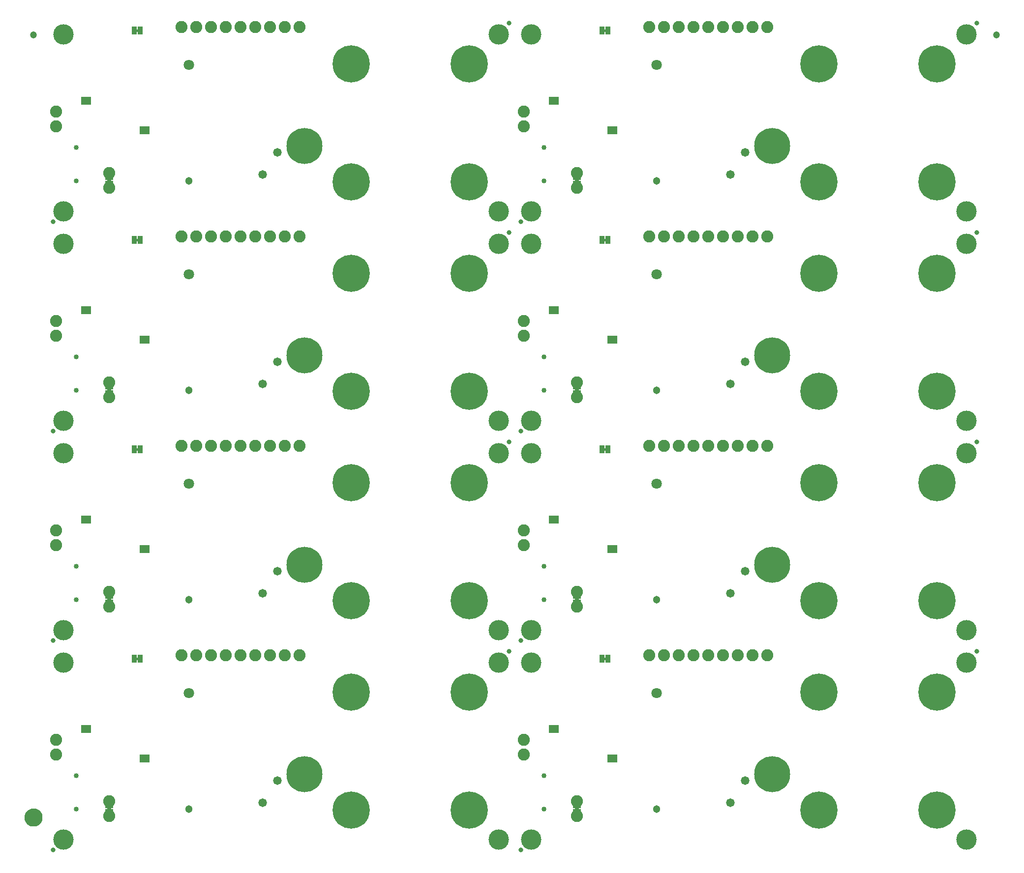
<source format=gbs>
G04 EAGLE Gerber RS-274X export*
G75*
%MOMM*%
%FSLAX34Y34*%
%LPD*%
%INSoldermask Bottom*%
%IPPOS*%
%AMOC8*
5,1,8,0,0,1.08239X$1,22.5*%
G01*
%ADD10C,0.853200*%
%ADD11C,0.838200*%
%ADD12C,3.505200*%
%ADD13C,6.203200*%
%ADD14R,0.863600X1.473200*%
%ADD15C,1.303200*%
%ADD16C,1.803200*%
%ADD17R,1.473200X0.838200*%
%ADD18C,2.082800*%
%ADD19R,0.838200X1.473200*%
%ADD20C,1.473200*%
%ADD21C,6.400800*%
%ADD22C,1.203200*%
%ADD23C,1.270000*%
%ADD24C,1.703200*%

G36*
X912179Y1158252D02*
X912179Y1158252D01*
X912245Y1158254D01*
X912288Y1158272D01*
X912335Y1158280D01*
X912392Y1158314D01*
X912452Y1158339D01*
X912487Y1158370D01*
X912528Y1158395D01*
X912570Y1158446D01*
X912618Y1158490D01*
X912640Y1158532D01*
X912669Y1158569D01*
X912690Y1158631D01*
X912721Y1158690D01*
X912729Y1158744D01*
X912741Y1158781D01*
X912740Y1158821D01*
X912748Y1158875D01*
X912748Y1162685D01*
X912737Y1162750D01*
X912735Y1162816D01*
X912717Y1162859D01*
X912709Y1162906D01*
X912675Y1162963D01*
X912650Y1163023D01*
X912619Y1163058D01*
X912594Y1163099D01*
X912543Y1163141D01*
X912499Y1163189D01*
X912457Y1163211D01*
X912420Y1163240D01*
X912358Y1163261D01*
X912299Y1163292D01*
X912245Y1163300D01*
X912208Y1163312D01*
X912168Y1163311D01*
X912114Y1163319D01*
X906526Y1163319D01*
X906461Y1163308D01*
X906395Y1163306D01*
X906352Y1163288D01*
X906305Y1163280D01*
X906248Y1163246D01*
X906188Y1163221D01*
X906153Y1163190D01*
X906112Y1163165D01*
X906071Y1163114D01*
X906022Y1163070D01*
X906000Y1163028D01*
X905971Y1162991D01*
X905950Y1162929D01*
X905919Y1162870D01*
X905911Y1162816D01*
X905899Y1162779D01*
X905899Y1162775D01*
X905899Y1162774D01*
X905900Y1162739D01*
X905892Y1162685D01*
X905892Y1158875D01*
X905903Y1158810D01*
X905905Y1158744D01*
X905923Y1158701D01*
X905931Y1158654D01*
X905965Y1158597D01*
X905990Y1158537D01*
X906021Y1158502D01*
X906046Y1158461D01*
X906097Y1158420D01*
X906141Y1158371D01*
X906183Y1158349D01*
X906220Y1158320D01*
X906282Y1158299D01*
X906341Y1158268D01*
X906395Y1158260D01*
X906432Y1158248D01*
X906472Y1158249D01*
X906526Y1158241D01*
X912114Y1158241D01*
X912179Y1158252D01*
G37*
G36*
X106999Y1158252D02*
X106999Y1158252D01*
X107065Y1158254D01*
X107108Y1158272D01*
X107155Y1158280D01*
X107212Y1158314D01*
X107272Y1158339D01*
X107307Y1158370D01*
X107348Y1158395D01*
X107390Y1158446D01*
X107438Y1158490D01*
X107460Y1158532D01*
X107489Y1158569D01*
X107510Y1158631D01*
X107541Y1158690D01*
X107549Y1158744D01*
X107561Y1158781D01*
X107560Y1158821D01*
X107568Y1158875D01*
X107568Y1162685D01*
X107557Y1162750D01*
X107555Y1162816D01*
X107537Y1162859D01*
X107529Y1162906D01*
X107495Y1162963D01*
X107470Y1163023D01*
X107439Y1163058D01*
X107414Y1163099D01*
X107363Y1163141D01*
X107319Y1163189D01*
X107277Y1163211D01*
X107240Y1163240D01*
X107178Y1163261D01*
X107119Y1163292D01*
X107065Y1163300D01*
X107028Y1163312D01*
X106988Y1163311D01*
X106934Y1163319D01*
X101346Y1163319D01*
X101281Y1163308D01*
X101215Y1163306D01*
X101172Y1163288D01*
X101125Y1163280D01*
X101068Y1163246D01*
X101008Y1163221D01*
X100973Y1163190D01*
X100932Y1163165D01*
X100891Y1163114D01*
X100842Y1163070D01*
X100820Y1163028D01*
X100791Y1162991D01*
X100770Y1162929D01*
X100739Y1162870D01*
X100731Y1162816D01*
X100719Y1162779D01*
X100719Y1162775D01*
X100719Y1162774D01*
X100720Y1162739D01*
X100712Y1162685D01*
X100712Y1158875D01*
X100723Y1158810D01*
X100725Y1158744D01*
X100743Y1158701D01*
X100751Y1158654D01*
X100785Y1158597D01*
X100810Y1158537D01*
X100841Y1158502D01*
X100866Y1158461D01*
X100917Y1158420D01*
X100961Y1158371D01*
X101003Y1158349D01*
X101040Y1158320D01*
X101102Y1158299D01*
X101161Y1158268D01*
X101215Y1158260D01*
X101252Y1158248D01*
X101292Y1158249D01*
X101346Y1158241D01*
X106934Y1158241D01*
X106999Y1158252D01*
G37*
G36*
X106999Y797572D02*
X106999Y797572D01*
X107065Y797574D01*
X107108Y797592D01*
X107155Y797600D01*
X107212Y797634D01*
X107272Y797659D01*
X107307Y797690D01*
X107348Y797715D01*
X107390Y797766D01*
X107438Y797810D01*
X107460Y797852D01*
X107489Y797889D01*
X107510Y797951D01*
X107541Y798010D01*
X107549Y798064D01*
X107561Y798101D01*
X107560Y798141D01*
X107568Y798195D01*
X107568Y802005D01*
X107557Y802070D01*
X107555Y802136D01*
X107537Y802179D01*
X107529Y802226D01*
X107495Y802283D01*
X107470Y802343D01*
X107439Y802378D01*
X107414Y802419D01*
X107363Y802461D01*
X107319Y802509D01*
X107277Y802531D01*
X107240Y802560D01*
X107178Y802581D01*
X107119Y802612D01*
X107065Y802620D01*
X107028Y802632D01*
X106988Y802631D01*
X106934Y802639D01*
X101346Y802639D01*
X101281Y802628D01*
X101215Y802626D01*
X101172Y802608D01*
X101125Y802600D01*
X101068Y802566D01*
X101008Y802541D01*
X100973Y802510D01*
X100932Y802485D01*
X100891Y802434D01*
X100842Y802390D01*
X100820Y802348D01*
X100791Y802311D01*
X100770Y802249D01*
X100739Y802190D01*
X100731Y802136D01*
X100719Y802099D01*
X100719Y802095D01*
X100719Y802094D01*
X100720Y802059D01*
X100712Y802005D01*
X100712Y798195D01*
X100723Y798130D01*
X100725Y798064D01*
X100743Y798021D01*
X100751Y797974D01*
X100785Y797917D01*
X100810Y797857D01*
X100841Y797822D01*
X100866Y797781D01*
X100917Y797740D01*
X100961Y797691D01*
X101003Y797669D01*
X101040Y797640D01*
X101102Y797619D01*
X101161Y797588D01*
X101215Y797580D01*
X101252Y797568D01*
X101292Y797569D01*
X101346Y797561D01*
X106934Y797561D01*
X106999Y797572D01*
G37*
G36*
X912179Y797572D02*
X912179Y797572D01*
X912245Y797574D01*
X912288Y797592D01*
X912335Y797600D01*
X912392Y797634D01*
X912452Y797659D01*
X912487Y797690D01*
X912528Y797715D01*
X912570Y797766D01*
X912618Y797810D01*
X912640Y797852D01*
X912669Y797889D01*
X912690Y797951D01*
X912721Y798010D01*
X912729Y798064D01*
X912741Y798101D01*
X912740Y798141D01*
X912748Y798195D01*
X912748Y802005D01*
X912737Y802070D01*
X912735Y802136D01*
X912717Y802179D01*
X912709Y802226D01*
X912675Y802283D01*
X912650Y802343D01*
X912619Y802378D01*
X912594Y802419D01*
X912543Y802461D01*
X912499Y802509D01*
X912457Y802531D01*
X912420Y802560D01*
X912358Y802581D01*
X912299Y802612D01*
X912245Y802620D01*
X912208Y802632D01*
X912168Y802631D01*
X912114Y802639D01*
X906526Y802639D01*
X906461Y802628D01*
X906395Y802626D01*
X906352Y802608D01*
X906305Y802600D01*
X906248Y802566D01*
X906188Y802541D01*
X906153Y802510D01*
X906112Y802485D01*
X906071Y802434D01*
X906022Y802390D01*
X906000Y802348D01*
X905971Y802311D01*
X905950Y802249D01*
X905919Y802190D01*
X905911Y802136D01*
X905899Y802099D01*
X905899Y802095D01*
X905899Y802094D01*
X905900Y802059D01*
X905892Y802005D01*
X905892Y798195D01*
X905903Y798130D01*
X905905Y798064D01*
X905923Y798021D01*
X905931Y797974D01*
X905965Y797917D01*
X905990Y797857D01*
X906021Y797822D01*
X906046Y797781D01*
X906097Y797740D01*
X906141Y797691D01*
X906183Y797669D01*
X906220Y797640D01*
X906282Y797619D01*
X906341Y797588D01*
X906395Y797580D01*
X906432Y797568D01*
X906472Y797569D01*
X906526Y797561D01*
X912114Y797561D01*
X912179Y797572D01*
G37*
G36*
X912179Y436892D02*
X912179Y436892D01*
X912245Y436894D01*
X912288Y436912D01*
X912335Y436920D01*
X912392Y436954D01*
X912452Y436979D01*
X912487Y437010D01*
X912528Y437035D01*
X912570Y437086D01*
X912618Y437130D01*
X912640Y437172D01*
X912669Y437209D01*
X912690Y437271D01*
X912721Y437330D01*
X912729Y437384D01*
X912741Y437421D01*
X912740Y437461D01*
X912748Y437515D01*
X912748Y441325D01*
X912737Y441390D01*
X912735Y441456D01*
X912717Y441499D01*
X912709Y441546D01*
X912675Y441603D01*
X912650Y441663D01*
X912619Y441698D01*
X912594Y441739D01*
X912543Y441781D01*
X912499Y441829D01*
X912457Y441851D01*
X912420Y441880D01*
X912358Y441901D01*
X912299Y441932D01*
X912245Y441940D01*
X912208Y441952D01*
X912168Y441951D01*
X912114Y441959D01*
X906526Y441959D01*
X906461Y441948D01*
X906395Y441946D01*
X906352Y441928D01*
X906305Y441920D01*
X906248Y441886D01*
X906188Y441861D01*
X906153Y441830D01*
X906112Y441805D01*
X906071Y441754D01*
X906022Y441710D01*
X906000Y441668D01*
X905971Y441631D01*
X905950Y441569D01*
X905919Y441510D01*
X905911Y441456D01*
X905899Y441419D01*
X905899Y441415D01*
X905899Y441414D01*
X905900Y441379D01*
X905892Y441325D01*
X905892Y437515D01*
X905903Y437450D01*
X905905Y437384D01*
X905923Y437341D01*
X905931Y437294D01*
X905965Y437237D01*
X905990Y437177D01*
X906021Y437142D01*
X906046Y437101D01*
X906097Y437060D01*
X906141Y437011D01*
X906183Y436989D01*
X906220Y436960D01*
X906282Y436939D01*
X906341Y436908D01*
X906395Y436900D01*
X906432Y436888D01*
X906472Y436889D01*
X906526Y436881D01*
X912114Y436881D01*
X912179Y436892D01*
G37*
G36*
X106999Y436892D02*
X106999Y436892D01*
X107065Y436894D01*
X107108Y436912D01*
X107155Y436920D01*
X107212Y436954D01*
X107272Y436979D01*
X107307Y437010D01*
X107348Y437035D01*
X107390Y437086D01*
X107438Y437130D01*
X107460Y437172D01*
X107489Y437209D01*
X107510Y437271D01*
X107541Y437330D01*
X107549Y437384D01*
X107561Y437421D01*
X107560Y437461D01*
X107568Y437515D01*
X107568Y441325D01*
X107557Y441390D01*
X107555Y441456D01*
X107537Y441499D01*
X107529Y441546D01*
X107495Y441603D01*
X107470Y441663D01*
X107439Y441698D01*
X107414Y441739D01*
X107363Y441781D01*
X107319Y441829D01*
X107277Y441851D01*
X107240Y441880D01*
X107178Y441901D01*
X107119Y441932D01*
X107065Y441940D01*
X107028Y441952D01*
X106988Y441951D01*
X106934Y441959D01*
X101346Y441959D01*
X101281Y441948D01*
X101215Y441946D01*
X101172Y441928D01*
X101125Y441920D01*
X101068Y441886D01*
X101008Y441861D01*
X100973Y441830D01*
X100932Y441805D01*
X100891Y441754D01*
X100842Y441710D01*
X100820Y441668D01*
X100791Y441631D01*
X100770Y441569D01*
X100739Y441510D01*
X100731Y441456D01*
X100719Y441419D01*
X100719Y441415D01*
X100719Y441414D01*
X100720Y441379D01*
X100712Y441325D01*
X100712Y437515D01*
X100723Y437450D01*
X100725Y437384D01*
X100743Y437341D01*
X100751Y437294D01*
X100785Y437237D01*
X100810Y437177D01*
X100841Y437142D01*
X100866Y437101D01*
X100917Y437060D01*
X100961Y437011D01*
X101003Y436989D01*
X101040Y436960D01*
X101102Y436939D01*
X101161Y436908D01*
X101215Y436900D01*
X101252Y436888D01*
X101292Y436889D01*
X101346Y436881D01*
X106934Y436881D01*
X106999Y436892D01*
G37*
G36*
X912179Y76212D02*
X912179Y76212D01*
X912245Y76214D01*
X912288Y76232D01*
X912335Y76240D01*
X912392Y76274D01*
X912452Y76299D01*
X912487Y76330D01*
X912528Y76355D01*
X912570Y76406D01*
X912618Y76450D01*
X912640Y76492D01*
X912669Y76529D01*
X912690Y76591D01*
X912721Y76650D01*
X912729Y76704D01*
X912741Y76741D01*
X912740Y76781D01*
X912748Y76835D01*
X912748Y80645D01*
X912737Y80710D01*
X912735Y80776D01*
X912717Y80819D01*
X912709Y80866D01*
X912675Y80923D01*
X912650Y80983D01*
X912619Y81018D01*
X912594Y81059D01*
X912543Y81101D01*
X912499Y81149D01*
X912457Y81171D01*
X912420Y81200D01*
X912358Y81221D01*
X912299Y81252D01*
X912245Y81260D01*
X912208Y81272D01*
X912168Y81271D01*
X912114Y81279D01*
X906526Y81279D01*
X906461Y81268D01*
X906395Y81266D01*
X906352Y81248D01*
X906305Y81240D01*
X906248Y81206D01*
X906188Y81181D01*
X906153Y81150D01*
X906112Y81125D01*
X906071Y81074D01*
X906022Y81030D01*
X906000Y80988D01*
X905971Y80951D01*
X905950Y80889D01*
X905919Y80830D01*
X905911Y80776D01*
X905899Y80739D01*
X905899Y80735D01*
X905899Y80734D01*
X905900Y80699D01*
X905892Y80645D01*
X905892Y76835D01*
X905903Y76770D01*
X905905Y76704D01*
X905923Y76661D01*
X905931Y76614D01*
X905965Y76557D01*
X905990Y76497D01*
X906021Y76462D01*
X906046Y76421D01*
X906097Y76380D01*
X906141Y76331D01*
X906183Y76309D01*
X906220Y76280D01*
X906282Y76259D01*
X906341Y76228D01*
X906395Y76220D01*
X906432Y76208D01*
X906472Y76209D01*
X906526Y76201D01*
X912114Y76201D01*
X912179Y76212D01*
G37*
G36*
X106999Y76212D02*
X106999Y76212D01*
X107065Y76214D01*
X107108Y76232D01*
X107155Y76240D01*
X107212Y76274D01*
X107272Y76299D01*
X107307Y76330D01*
X107348Y76355D01*
X107390Y76406D01*
X107438Y76450D01*
X107460Y76492D01*
X107489Y76529D01*
X107510Y76591D01*
X107541Y76650D01*
X107549Y76704D01*
X107561Y76741D01*
X107560Y76781D01*
X107568Y76835D01*
X107568Y80645D01*
X107557Y80710D01*
X107555Y80776D01*
X107537Y80819D01*
X107529Y80866D01*
X107495Y80923D01*
X107470Y80983D01*
X107439Y81018D01*
X107414Y81059D01*
X107363Y81101D01*
X107319Y81149D01*
X107277Y81171D01*
X107240Y81200D01*
X107178Y81221D01*
X107119Y81252D01*
X107065Y81260D01*
X107028Y81272D01*
X106988Y81271D01*
X106934Y81279D01*
X101346Y81279D01*
X101281Y81268D01*
X101215Y81266D01*
X101172Y81248D01*
X101125Y81240D01*
X101068Y81206D01*
X101008Y81181D01*
X100973Y81150D01*
X100932Y81125D01*
X100891Y81074D01*
X100842Y81030D01*
X100820Y80988D01*
X100791Y80951D01*
X100770Y80889D01*
X100739Y80830D01*
X100731Y80776D01*
X100719Y80739D01*
X100719Y80735D01*
X100719Y80734D01*
X100720Y80699D01*
X100712Y80645D01*
X100712Y76835D01*
X100723Y76770D01*
X100725Y76704D01*
X100743Y76661D01*
X100751Y76614D01*
X100785Y76557D01*
X100810Y76497D01*
X100841Y76462D01*
X100866Y76421D01*
X100917Y76380D01*
X100961Y76331D01*
X101003Y76309D01*
X101040Y76280D01*
X101102Y76259D01*
X101161Y76228D01*
X101215Y76220D01*
X101252Y76208D01*
X101292Y76209D01*
X101346Y76201D01*
X106934Y76201D01*
X106999Y76212D01*
G37*
G36*
X959550Y695337D02*
X959550Y695337D01*
X959616Y695339D01*
X959659Y695357D01*
X959706Y695365D01*
X959763Y695399D01*
X959823Y695424D01*
X959858Y695455D01*
X959899Y695480D01*
X959941Y695531D01*
X959989Y695575D01*
X960011Y695617D01*
X960040Y695654D01*
X960061Y695716D01*
X960092Y695775D01*
X960100Y695829D01*
X960112Y695866D01*
X960111Y695906D01*
X960119Y695960D01*
X960119Y698500D01*
X960108Y698565D01*
X960106Y698631D01*
X960088Y698674D01*
X960080Y698721D01*
X960046Y698778D01*
X960021Y698838D01*
X959990Y698873D01*
X959965Y698914D01*
X959914Y698956D01*
X959870Y699004D01*
X959828Y699026D01*
X959791Y699055D01*
X959729Y699076D01*
X959670Y699107D01*
X959616Y699115D01*
X959579Y699127D01*
X959539Y699126D01*
X959485Y699134D01*
X955675Y699134D01*
X955610Y699123D01*
X955544Y699121D01*
X955501Y699103D01*
X955454Y699095D01*
X955397Y699061D01*
X955337Y699036D01*
X955302Y699005D01*
X955261Y698980D01*
X955220Y698929D01*
X955171Y698885D01*
X955149Y698843D01*
X955120Y698806D01*
X955099Y698744D01*
X955068Y698685D01*
X955060Y698631D01*
X955048Y698594D01*
X955048Y698591D01*
X955049Y698554D01*
X955041Y698500D01*
X955041Y695960D01*
X955052Y695895D01*
X955054Y695829D01*
X955072Y695786D01*
X955080Y695739D01*
X955114Y695682D01*
X955139Y695622D01*
X955170Y695587D01*
X955195Y695546D01*
X955246Y695505D01*
X955290Y695456D01*
X955332Y695434D01*
X955369Y695405D01*
X955431Y695384D01*
X955490Y695353D01*
X955544Y695345D01*
X955581Y695333D01*
X955621Y695334D01*
X955675Y695326D01*
X959485Y695326D01*
X959550Y695337D01*
G37*
G36*
X154370Y695337D02*
X154370Y695337D01*
X154436Y695339D01*
X154479Y695357D01*
X154526Y695365D01*
X154583Y695399D01*
X154643Y695424D01*
X154678Y695455D01*
X154719Y695480D01*
X154761Y695531D01*
X154809Y695575D01*
X154831Y695617D01*
X154860Y695654D01*
X154881Y695716D01*
X154912Y695775D01*
X154920Y695829D01*
X154932Y695866D01*
X154931Y695906D01*
X154939Y695960D01*
X154939Y698500D01*
X154928Y698565D01*
X154926Y698631D01*
X154908Y698674D01*
X154900Y698721D01*
X154866Y698778D01*
X154841Y698838D01*
X154810Y698873D01*
X154785Y698914D01*
X154734Y698956D01*
X154690Y699004D01*
X154648Y699026D01*
X154611Y699055D01*
X154549Y699076D01*
X154490Y699107D01*
X154436Y699115D01*
X154399Y699127D01*
X154359Y699126D01*
X154305Y699134D01*
X150495Y699134D01*
X150430Y699123D01*
X150364Y699121D01*
X150321Y699103D01*
X150274Y699095D01*
X150217Y699061D01*
X150157Y699036D01*
X150122Y699005D01*
X150081Y698980D01*
X150040Y698929D01*
X149991Y698885D01*
X149969Y698843D01*
X149940Y698806D01*
X149919Y698744D01*
X149888Y698685D01*
X149880Y698631D01*
X149868Y698594D01*
X149868Y698591D01*
X149869Y698554D01*
X149861Y698500D01*
X149861Y695960D01*
X149872Y695895D01*
X149874Y695829D01*
X149892Y695786D01*
X149900Y695739D01*
X149934Y695682D01*
X149959Y695622D01*
X149990Y695587D01*
X150015Y695546D01*
X150066Y695505D01*
X150110Y695456D01*
X150152Y695434D01*
X150189Y695405D01*
X150251Y695384D01*
X150310Y695353D01*
X150364Y695345D01*
X150401Y695333D01*
X150441Y695334D01*
X150495Y695326D01*
X154305Y695326D01*
X154370Y695337D01*
G37*
G36*
X959550Y1416697D02*
X959550Y1416697D01*
X959616Y1416699D01*
X959659Y1416717D01*
X959706Y1416725D01*
X959763Y1416759D01*
X959823Y1416784D01*
X959858Y1416815D01*
X959899Y1416840D01*
X959941Y1416891D01*
X959989Y1416935D01*
X960011Y1416977D01*
X960040Y1417014D01*
X960061Y1417076D01*
X960092Y1417135D01*
X960100Y1417189D01*
X960112Y1417226D01*
X960111Y1417266D01*
X960119Y1417320D01*
X960119Y1419860D01*
X960108Y1419925D01*
X960106Y1419991D01*
X960088Y1420034D01*
X960080Y1420081D01*
X960046Y1420138D01*
X960021Y1420198D01*
X959990Y1420233D01*
X959965Y1420274D01*
X959914Y1420316D01*
X959870Y1420364D01*
X959828Y1420386D01*
X959791Y1420415D01*
X959729Y1420436D01*
X959670Y1420467D01*
X959616Y1420475D01*
X959579Y1420487D01*
X959539Y1420486D01*
X959485Y1420494D01*
X955675Y1420494D01*
X955610Y1420483D01*
X955544Y1420481D01*
X955501Y1420463D01*
X955454Y1420455D01*
X955397Y1420421D01*
X955337Y1420396D01*
X955302Y1420365D01*
X955261Y1420340D01*
X955220Y1420289D01*
X955171Y1420245D01*
X955149Y1420203D01*
X955120Y1420166D01*
X955099Y1420104D01*
X955068Y1420045D01*
X955060Y1419991D01*
X955048Y1419954D01*
X955048Y1419951D01*
X955049Y1419914D01*
X955041Y1419860D01*
X955041Y1417320D01*
X955052Y1417255D01*
X955054Y1417189D01*
X955072Y1417146D01*
X955080Y1417099D01*
X955114Y1417042D01*
X955139Y1416982D01*
X955170Y1416947D01*
X955195Y1416906D01*
X955246Y1416865D01*
X955290Y1416816D01*
X955332Y1416794D01*
X955369Y1416765D01*
X955431Y1416744D01*
X955490Y1416713D01*
X955544Y1416705D01*
X955581Y1416693D01*
X955621Y1416694D01*
X955675Y1416686D01*
X959485Y1416686D01*
X959550Y1416697D01*
G37*
G36*
X154370Y1416697D02*
X154370Y1416697D01*
X154436Y1416699D01*
X154479Y1416717D01*
X154526Y1416725D01*
X154583Y1416759D01*
X154643Y1416784D01*
X154678Y1416815D01*
X154719Y1416840D01*
X154761Y1416891D01*
X154809Y1416935D01*
X154831Y1416977D01*
X154860Y1417014D01*
X154881Y1417076D01*
X154912Y1417135D01*
X154920Y1417189D01*
X154932Y1417226D01*
X154931Y1417266D01*
X154939Y1417320D01*
X154939Y1419860D01*
X154928Y1419925D01*
X154926Y1419991D01*
X154908Y1420034D01*
X154900Y1420081D01*
X154866Y1420138D01*
X154841Y1420198D01*
X154810Y1420233D01*
X154785Y1420274D01*
X154734Y1420316D01*
X154690Y1420364D01*
X154648Y1420386D01*
X154611Y1420415D01*
X154549Y1420436D01*
X154490Y1420467D01*
X154436Y1420475D01*
X154399Y1420487D01*
X154359Y1420486D01*
X154305Y1420494D01*
X150495Y1420494D01*
X150430Y1420483D01*
X150364Y1420481D01*
X150321Y1420463D01*
X150274Y1420455D01*
X150217Y1420421D01*
X150157Y1420396D01*
X150122Y1420365D01*
X150081Y1420340D01*
X150040Y1420289D01*
X149991Y1420245D01*
X149969Y1420203D01*
X149940Y1420166D01*
X149919Y1420104D01*
X149888Y1420045D01*
X149880Y1419991D01*
X149868Y1419954D01*
X149868Y1419951D01*
X149869Y1419914D01*
X149861Y1419860D01*
X149861Y1417320D01*
X149872Y1417255D01*
X149874Y1417189D01*
X149892Y1417146D01*
X149900Y1417099D01*
X149934Y1417042D01*
X149959Y1416982D01*
X149990Y1416947D01*
X150015Y1416906D01*
X150066Y1416865D01*
X150110Y1416816D01*
X150152Y1416794D01*
X150189Y1416765D01*
X150251Y1416744D01*
X150310Y1416713D01*
X150364Y1416705D01*
X150401Y1416693D01*
X150441Y1416694D01*
X150495Y1416686D01*
X154305Y1416686D01*
X154370Y1416697D01*
G37*
G36*
X154370Y1056017D02*
X154370Y1056017D01*
X154436Y1056019D01*
X154479Y1056037D01*
X154526Y1056045D01*
X154583Y1056079D01*
X154643Y1056104D01*
X154678Y1056135D01*
X154719Y1056160D01*
X154761Y1056211D01*
X154809Y1056255D01*
X154831Y1056297D01*
X154860Y1056334D01*
X154881Y1056396D01*
X154912Y1056455D01*
X154920Y1056509D01*
X154932Y1056546D01*
X154931Y1056586D01*
X154939Y1056640D01*
X154939Y1059180D01*
X154928Y1059245D01*
X154926Y1059311D01*
X154908Y1059354D01*
X154900Y1059401D01*
X154866Y1059458D01*
X154841Y1059518D01*
X154810Y1059553D01*
X154785Y1059594D01*
X154734Y1059636D01*
X154690Y1059684D01*
X154648Y1059706D01*
X154611Y1059735D01*
X154549Y1059756D01*
X154490Y1059787D01*
X154436Y1059795D01*
X154399Y1059807D01*
X154359Y1059806D01*
X154305Y1059814D01*
X150495Y1059814D01*
X150430Y1059803D01*
X150364Y1059801D01*
X150321Y1059783D01*
X150274Y1059775D01*
X150217Y1059741D01*
X150157Y1059716D01*
X150122Y1059685D01*
X150081Y1059660D01*
X150040Y1059609D01*
X149991Y1059565D01*
X149969Y1059523D01*
X149940Y1059486D01*
X149919Y1059424D01*
X149888Y1059365D01*
X149880Y1059311D01*
X149868Y1059274D01*
X149868Y1059271D01*
X149869Y1059234D01*
X149861Y1059180D01*
X149861Y1056640D01*
X149872Y1056575D01*
X149874Y1056509D01*
X149892Y1056466D01*
X149900Y1056419D01*
X149934Y1056362D01*
X149959Y1056302D01*
X149990Y1056267D01*
X150015Y1056226D01*
X150066Y1056185D01*
X150110Y1056136D01*
X150152Y1056114D01*
X150189Y1056085D01*
X150251Y1056064D01*
X150310Y1056033D01*
X150364Y1056025D01*
X150401Y1056013D01*
X150441Y1056014D01*
X150495Y1056006D01*
X154305Y1056006D01*
X154370Y1056017D01*
G37*
G36*
X959550Y1056017D02*
X959550Y1056017D01*
X959616Y1056019D01*
X959659Y1056037D01*
X959706Y1056045D01*
X959763Y1056079D01*
X959823Y1056104D01*
X959858Y1056135D01*
X959899Y1056160D01*
X959941Y1056211D01*
X959989Y1056255D01*
X960011Y1056297D01*
X960040Y1056334D01*
X960061Y1056396D01*
X960092Y1056455D01*
X960100Y1056509D01*
X960112Y1056546D01*
X960111Y1056586D01*
X960119Y1056640D01*
X960119Y1059180D01*
X960108Y1059245D01*
X960106Y1059311D01*
X960088Y1059354D01*
X960080Y1059401D01*
X960046Y1059458D01*
X960021Y1059518D01*
X959990Y1059553D01*
X959965Y1059594D01*
X959914Y1059636D01*
X959870Y1059684D01*
X959828Y1059706D01*
X959791Y1059735D01*
X959729Y1059756D01*
X959670Y1059787D01*
X959616Y1059795D01*
X959579Y1059807D01*
X959539Y1059806D01*
X959485Y1059814D01*
X955675Y1059814D01*
X955610Y1059803D01*
X955544Y1059801D01*
X955501Y1059783D01*
X955454Y1059775D01*
X955397Y1059741D01*
X955337Y1059716D01*
X955302Y1059685D01*
X955261Y1059660D01*
X955220Y1059609D01*
X955171Y1059565D01*
X955149Y1059523D01*
X955120Y1059486D01*
X955099Y1059424D01*
X955068Y1059365D01*
X955060Y1059311D01*
X955048Y1059274D01*
X955048Y1059271D01*
X955049Y1059234D01*
X955041Y1059180D01*
X955041Y1056640D01*
X955052Y1056575D01*
X955054Y1056509D01*
X955072Y1056466D01*
X955080Y1056419D01*
X955114Y1056362D01*
X955139Y1056302D01*
X955170Y1056267D01*
X955195Y1056226D01*
X955246Y1056185D01*
X955290Y1056136D01*
X955332Y1056114D01*
X955369Y1056085D01*
X955431Y1056064D01*
X955490Y1056033D01*
X955544Y1056025D01*
X955581Y1056013D01*
X955621Y1056014D01*
X955675Y1056006D01*
X959485Y1056006D01*
X959550Y1056017D01*
G37*
G36*
X959550Y334657D02*
X959550Y334657D01*
X959616Y334659D01*
X959659Y334677D01*
X959706Y334685D01*
X959763Y334719D01*
X959823Y334744D01*
X959858Y334775D01*
X959899Y334800D01*
X959941Y334851D01*
X959989Y334895D01*
X960011Y334937D01*
X960040Y334974D01*
X960061Y335036D01*
X960092Y335095D01*
X960100Y335149D01*
X960112Y335186D01*
X960111Y335226D01*
X960119Y335280D01*
X960119Y337820D01*
X960108Y337885D01*
X960106Y337951D01*
X960088Y337994D01*
X960080Y338041D01*
X960046Y338098D01*
X960021Y338158D01*
X959990Y338193D01*
X959965Y338234D01*
X959914Y338276D01*
X959870Y338324D01*
X959828Y338346D01*
X959791Y338375D01*
X959729Y338396D01*
X959670Y338427D01*
X959616Y338435D01*
X959579Y338447D01*
X959539Y338446D01*
X959485Y338454D01*
X955675Y338454D01*
X955610Y338443D01*
X955544Y338441D01*
X955501Y338423D01*
X955454Y338415D01*
X955397Y338381D01*
X955337Y338356D01*
X955302Y338325D01*
X955261Y338300D01*
X955220Y338249D01*
X955171Y338205D01*
X955149Y338163D01*
X955120Y338126D01*
X955099Y338064D01*
X955068Y338005D01*
X955060Y337951D01*
X955048Y337914D01*
X955048Y337911D01*
X955049Y337874D01*
X955041Y337820D01*
X955041Y335280D01*
X955052Y335215D01*
X955054Y335149D01*
X955072Y335106D01*
X955080Y335059D01*
X955114Y335002D01*
X955139Y334942D01*
X955170Y334907D01*
X955195Y334866D01*
X955246Y334825D01*
X955290Y334776D01*
X955332Y334754D01*
X955369Y334725D01*
X955431Y334704D01*
X955490Y334673D01*
X955544Y334665D01*
X955581Y334653D01*
X955621Y334654D01*
X955675Y334646D01*
X959485Y334646D01*
X959550Y334657D01*
G37*
G36*
X154370Y334657D02*
X154370Y334657D01*
X154436Y334659D01*
X154479Y334677D01*
X154526Y334685D01*
X154583Y334719D01*
X154643Y334744D01*
X154678Y334775D01*
X154719Y334800D01*
X154761Y334851D01*
X154809Y334895D01*
X154831Y334937D01*
X154860Y334974D01*
X154881Y335036D01*
X154912Y335095D01*
X154920Y335149D01*
X154932Y335186D01*
X154931Y335226D01*
X154939Y335280D01*
X154939Y337820D01*
X154928Y337885D01*
X154926Y337951D01*
X154908Y337994D01*
X154900Y338041D01*
X154866Y338098D01*
X154841Y338158D01*
X154810Y338193D01*
X154785Y338234D01*
X154734Y338276D01*
X154690Y338324D01*
X154648Y338346D01*
X154611Y338375D01*
X154549Y338396D01*
X154490Y338427D01*
X154436Y338435D01*
X154399Y338447D01*
X154359Y338446D01*
X154305Y338454D01*
X150495Y338454D01*
X150430Y338443D01*
X150364Y338441D01*
X150321Y338423D01*
X150274Y338415D01*
X150217Y338381D01*
X150157Y338356D01*
X150122Y338325D01*
X150081Y338300D01*
X150040Y338249D01*
X149991Y338205D01*
X149969Y338163D01*
X149940Y338126D01*
X149919Y338064D01*
X149888Y338005D01*
X149880Y337951D01*
X149868Y337914D01*
X149868Y337911D01*
X149869Y337874D01*
X149861Y337820D01*
X149861Y335280D01*
X149872Y335215D01*
X149874Y335149D01*
X149892Y335106D01*
X149900Y335059D01*
X149934Y335002D01*
X149959Y334942D01*
X149990Y334907D01*
X150015Y334866D01*
X150066Y334825D01*
X150110Y334776D01*
X150152Y334754D01*
X150189Y334725D01*
X150251Y334704D01*
X150310Y334673D01*
X150364Y334665D01*
X150401Y334653D01*
X150441Y334654D01*
X150495Y334646D01*
X154305Y334646D01*
X154370Y334657D01*
G37*
D10*
X47780Y135580D03*
X47780Y77780D03*
D11*
X7620Y7620D03*
X792480Y349250D03*
D12*
X774700Y330200D03*
X25400Y330200D03*
X774700Y25400D03*
X25400Y25400D03*
D13*
X440730Y137600D03*
D14*
X157607Y336550D03*
X147193Y336550D03*
D15*
X241300Y77800D03*
D16*
X241300Y277800D03*
D17*
X104140Y83820D03*
X104140Y73660D03*
D18*
X104140Y91440D03*
X104140Y66040D03*
D19*
X169164Y165100D03*
X161036Y165100D03*
X60706Y215900D03*
X68834Y215900D03*
D20*
X368300Y88900D03*
X393700Y127000D03*
D18*
X12700Y196850D03*
X12700Y171450D03*
D21*
X520700Y279400D03*
X723900Y279400D03*
X520700Y76200D03*
X723900Y76200D03*
D18*
X228600Y342900D03*
X254000Y342900D03*
X279400Y342900D03*
X304800Y342900D03*
X330200Y342900D03*
X355600Y342900D03*
X381000Y342900D03*
X406400Y342900D03*
X431800Y342900D03*
D10*
X852960Y135580D03*
X852960Y77780D03*
D11*
X812800Y7620D03*
X1597660Y349250D03*
D12*
X1579880Y330200D03*
X830580Y330200D03*
X1579880Y25400D03*
X830580Y25400D03*
D13*
X1245910Y137600D03*
D14*
X962787Y336550D03*
X952373Y336550D03*
D15*
X1046480Y77800D03*
D16*
X1046480Y277800D03*
D17*
X909320Y83820D03*
X909320Y73660D03*
D18*
X909320Y91440D03*
X909320Y66040D03*
D19*
X974344Y165100D03*
X966216Y165100D03*
X865886Y215900D03*
X874014Y215900D03*
D20*
X1173480Y88900D03*
X1198880Y127000D03*
D18*
X817880Y196850D03*
X817880Y171450D03*
D21*
X1325880Y279400D03*
X1529080Y279400D03*
X1325880Y76200D03*
X1529080Y76200D03*
D18*
X1033780Y342900D03*
X1059180Y342900D03*
X1084580Y342900D03*
X1109980Y342900D03*
X1135380Y342900D03*
X1160780Y342900D03*
X1186180Y342900D03*
X1211580Y342900D03*
X1236980Y342900D03*
D10*
X47780Y496260D03*
X47780Y438460D03*
D11*
X7620Y368300D03*
X792480Y709930D03*
D12*
X774700Y690880D03*
X25400Y690880D03*
X774700Y386080D03*
X25400Y386080D03*
D13*
X440730Y498280D03*
D14*
X157607Y697230D03*
X147193Y697230D03*
D15*
X241300Y438480D03*
D16*
X241300Y638480D03*
D17*
X104140Y444500D03*
X104140Y434340D03*
D18*
X104140Y452120D03*
X104140Y426720D03*
D19*
X169164Y525780D03*
X161036Y525780D03*
X60706Y576580D03*
X68834Y576580D03*
D20*
X368300Y449580D03*
X393700Y487680D03*
D18*
X12700Y557530D03*
X12700Y532130D03*
D21*
X520700Y640080D03*
X723900Y640080D03*
X520700Y436880D03*
X723900Y436880D03*
D18*
X228600Y703580D03*
X254000Y703580D03*
X279400Y703580D03*
X304800Y703580D03*
X330200Y703580D03*
X355600Y703580D03*
X381000Y703580D03*
X406400Y703580D03*
X431800Y703580D03*
D10*
X852960Y496260D03*
X852960Y438460D03*
D11*
X812800Y368300D03*
X1597660Y709930D03*
D12*
X1579880Y690880D03*
X830580Y690880D03*
X1579880Y386080D03*
X830580Y386080D03*
D13*
X1245910Y498280D03*
D14*
X962787Y697230D03*
X952373Y697230D03*
D15*
X1046480Y438480D03*
D16*
X1046480Y638480D03*
D17*
X909320Y444500D03*
X909320Y434340D03*
D18*
X909320Y452120D03*
X909320Y426720D03*
D19*
X974344Y525780D03*
X966216Y525780D03*
X865886Y576580D03*
X874014Y576580D03*
D20*
X1173480Y449580D03*
X1198880Y487680D03*
D18*
X817880Y557530D03*
X817880Y532130D03*
D21*
X1325880Y640080D03*
X1529080Y640080D03*
X1325880Y436880D03*
X1529080Y436880D03*
D18*
X1033780Y703580D03*
X1059180Y703580D03*
X1084580Y703580D03*
X1109980Y703580D03*
X1135380Y703580D03*
X1160780Y703580D03*
X1186180Y703580D03*
X1211580Y703580D03*
X1236980Y703580D03*
D10*
X47780Y856940D03*
X47780Y799140D03*
D11*
X7620Y728980D03*
X792480Y1070610D03*
D12*
X774700Y1051560D03*
X25400Y1051560D03*
X774700Y746760D03*
X25400Y746760D03*
D13*
X440730Y858960D03*
D14*
X157607Y1057910D03*
X147193Y1057910D03*
D15*
X241300Y799160D03*
D16*
X241300Y999160D03*
D17*
X104140Y805180D03*
X104140Y795020D03*
D18*
X104140Y812800D03*
X104140Y787400D03*
D19*
X169164Y886460D03*
X161036Y886460D03*
X60706Y937260D03*
X68834Y937260D03*
D20*
X368300Y810260D03*
X393700Y848360D03*
D18*
X12700Y918210D03*
X12700Y892810D03*
D21*
X520700Y1000760D03*
X723900Y1000760D03*
X520700Y797560D03*
X723900Y797560D03*
D18*
X228600Y1064260D03*
X254000Y1064260D03*
X279400Y1064260D03*
X304800Y1064260D03*
X330200Y1064260D03*
X355600Y1064260D03*
X381000Y1064260D03*
X406400Y1064260D03*
X431800Y1064260D03*
D10*
X852960Y856940D03*
X852960Y799140D03*
D11*
X812800Y728980D03*
X1597660Y1070610D03*
D12*
X1579880Y1051560D03*
X830580Y1051560D03*
X1579880Y746760D03*
X830580Y746760D03*
D13*
X1245910Y858960D03*
D14*
X962787Y1057910D03*
X952373Y1057910D03*
D15*
X1046480Y799160D03*
D16*
X1046480Y999160D03*
D17*
X909320Y805180D03*
X909320Y795020D03*
D18*
X909320Y812800D03*
X909320Y787400D03*
D19*
X974344Y886460D03*
X966216Y886460D03*
X865886Y937260D03*
X874014Y937260D03*
D20*
X1173480Y810260D03*
X1198880Y848360D03*
D18*
X817880Y918210D03*
X817880Y892810D03*
D21*
X1325880Y1000760D03*
X1529080Y1000760D03*
X1325880Y797560D03*
X1529080Y797560D03*
D18*
X1033780Y1064260D03*
X1059180Y1064260D03*
X1084580Y1064260D03*
X1109980Y1064260D03*
X1135380Y1064260D03*
X1160780Y1064260D03*
X1186180Y1064260D03*
X1211580Y1064260D03*
X1236980Y1064260D03*
D10*
X47780Y1217620D03*
X47780Y1159820D03*
D11*
X7620Y1089660D03*
X792480Y1431290D03*
D12*
X774700Y1412240D03*
X25400Y1412240D03*
X774700Y1107440D03*
X25400Y1107440D03*
D13*
X440730Y1219640D03*
D14*
X157607Y1418590D03*
X147193Y1418590D03*
D15*
X241300Y1159840D03*
D16*
X241300Y1359840D03*
D17*
X104140Y1165860D03*
X104140Y1155700D03*
D18*
X104140Y1173480D03*
X104140Y1148080D03*
D19*
X169164Y1247140D03*
X161036Y1247140D03*
X60706Y1297940D03*
X68834Y1297940D03*
D20*
X368300Y1170940D03*
X393700Y1209040D03*
D18*
X12700Y1278890D03*
X12700Y1253490D03*
D21*
X520700Y1361440D03*
X723900Y1361440D03*
X520700Y1158240D03*
X723900Y1158240D03*
D18*
X228600Y1424940D03*
X254000Y1424940D03*
X279400Y1424940D03*
X304800Y1424940D03*
X330200Y1424940D03*
X355600Y1424940D03*
X381000Y1424940D03*
X406400Y1424940D03*
X431800Y1424940D03*
D10*
X852960Y1217620D03*
X852960Y1159820D03*
D11*
X812800Y1089660D03*
X1597660Y1431290D03*
D12*
X1579880Y1412240D03*
X830580Y1412240D03*
X1579880Y1107440D03*
X830580Y1107440D03*
D13*
X1245910Y1219640D03*
D14*
X962787Y1418590D03*
X952373Y1418590D03*
D15*
X1046480Y1159840D03*
D16*
X1046480Y1359840D03*
D17*
X909320Y1165860D03*
X909320Y1155700D03*
D18*
X909320Y1173480D03*
X909320Y1148080D03*
D19*
X974344Y1247140D03*
X966216Y1247140D03*
X865886Y1297940D03*
X874014Y1297940D03*
D20*
X1173480Y1170940D03*
X1198880Y1209040D03*
D18*
X817880Y1278890D03*
X817880Y1253490D03*
D21*
X1325880Y1361440D03*
X1529080Y1361440D03*
X1325880Y1158240D03*
X1529080Y1158240D03*
D18*
X1033780Y1424940D03*
X1059180Y1424940D03*
X1084580Y1424940D03*
X1109980Y1424940D03*
X1135380Y1424940D03*
X1160780Y1424940D03*
X1186180Y1424940D03*
X1211580Y1424940D03*
X1236980Y1424940D03*
D22*
X-26238Y1410970D03*
X1631518Y1410970D03*
D23*
X-35293Y63500D02*
X-35290Y63722D01*
X-35282Y63944D01*
X-35268Y64166D01*
X-35249Y64388D01*
X-35225Y64608D01*
X-35195Y64829D01*
X-35160Y65048D01*
X-35119Y65267D01*
X-35073Y65484D01*
X-35022Y65700D01*
X-34965Y65915D01*
X-34903Y66129D01*
X-34836Y66340D01*
X-34764Y66551D01*
X-34686Y66759D01*
X-34604Y66965D01*
X-34516Y67169D01*
X-34424Y67372D01*
X-34326Y67571D01*
X-34224Y67768D01*
X-34117Y67963D01*
X-34005Y68155D01*
X-33888Y68344D01*
X-33767Y68531D01*
X-33641Y68714D01*
X-33511Y68894D01*
X-33376Y69071D01*
X-33238Y69244D01*
X-33095Y69414D01*
X-32947Y69581D01*
X-32796Y69744D01*
X-32641Y69903D01*
X-32482Y70058D01*
X-32319Y70209D01*
X-32152Y70357D01*
X-31982Y70500D01*
X-31809Y70638D01*
X-31632Y70773D01*
X-31452Y70903D01*
X-31269Y71029D01*
X-31082Y71150D01*
X-30893Y71267D01*
X-30701Y71379D01*
X-30506Y71486D01*
X-30309Y71588D01*
X-30110Y71686D01*
X-29907Y71778D01*
X-29703Y71866D01*
X-29497Y71948D01*
X-29289Y72026D01*
X-29078Y72098D01*
X-28867Y72165D01*
X-28653Y72227D01*
X-28438Y72284D01*
X-28222Y72335D01*
X-28005Y72381D01*
X-27786Y72422D01*
X-27567Y72457D01*
X-27346Y72487D01*
X-27126Y72511D01*
X-26904Y72530D01*
X-26682Y72544D01*
X-26460Y72552D01*
X-26238Y72555D01*
X-26016Y72552D01*
X-25794Y72544D01*
X-25572Y72530D01*
X-25350Y72511D01*
X-25130Y72487D01*
X-24909Y72457D01*
X-24690Y72422D01*
X-24471Y72381D01*
X-24254Y72335D01*
X-24038Y72284D01*
X-23823Y72227D01*
X-23609Y72165D01*
X-23398Y72098D01*
X-23187Y72026D01*
X-22979Y71948D01*
X-22773Y71866D01*
X-22569Y71778D01*
X-22366Y71686D01*
X-22167Y71588D01*
X-21970Y71486D01*
X-21775Y71379D01*
X-21583Y71267D01*
X-21394Y71150D01*
X-21207Y71029D01*
X-21024Y70903D01*
X-20844Y70773D01*
X-20667Y70638D01*
X-20494Y70500D01*
X-20324Y70357D01*
X-20157Y70209D01*
X-19994Y70058D01*
X-19835Y69903D01*
X-19680Y69744D01*
X-19529Y69581D01*
X-19381Y69414D01*
X-19238Y69244D01*
X-19100Y69071D01*
X-18965Y68894D01*
X-18835Y68714D01*
X-18709Y68531D01*
X-18588Y68344D01*
X-18471Y68155D01*
X-18359Y67963D01*
X-18252Y67768D01*
X-18150Y67571D01*
X-18052Y67372D01*
X-17960Y67169D01*
X-17872Y66965D01*
X-17790Y66759D01*
X-17712Y66551D01*
X-17640Y66340D01*
X-17573Y66129D01*
X-17511Y65915D01*
X-17454Y65700D01*
X-17403Y65484D01*
X-17357Y65267D01*
X-17316Y65048D01*
X-17281Y64829D01*
X-17251Y64608D01*
X-17227Y64388D01*
X-17208Y64166D01*
X-17194Y63944D01*
X-17186Y63722D01*
X-17183Y63500D01*
X-17186Y63278D01*
X-17194Y63056D01*
X-17208Y62834D01*
X-17227Y62612D01*
X-17251Y62392D01*
X-17281Y62171D01*
X-17316Y61952D01*
X-17357Y61733D01*
X-17403Y61516D01*
X-17454Y61300D01*
X-17511Y61085D01*
X-17573Y60871D01*
X-17640Y60660D01*
X-17712Y60449D01*
X-17790Y60241D01*
X-17872Y60035D01*
X-17960Y59831D01*
X-18052Y59628D01*
X-18150Y59429D01*
X-18252Y59232D01*
X-18359Y59037D01*
X-18471Y58845D01*
X-18588Y58656D01*
X-18709Y58469D01*
X-18835Y58286D01*
X-18965Y58106D01*
X-19100Y57929D01*
X-19238Y57756D01*
X-19381Y57586D01*
X-19529Y57419D01*
X-19680Y57256D01*
X-19835Y57097D01*
X-19994Y56942D01*
X-20157Y56791D01*
X-20324Y56643D01*
X-20494Y56500D01*
X-20667Y56362D01*
X-20844Y56227D01*
X-21024Y56097D01*
X-21207Y55971D01*
X-21394Y55850D01*
X-21583Y55733D01*
X-21775Y55621D01*
X-21970Y55514D01*
X-22167Y55412D01*
X-22366Y55314D01*
X-22569Y55222D01*
X-22773Y55134D01*
X-22979Y55052D01*
X-23187Y54974D01*
X-23398Y54902D01*
X-23609Y54835D01*
X-23823Y54773D01*
X-24038Y54716D01*
X-24254Y54665D01*
X-24471Y54619D01*
X-24690Y54578D01*
X-24909Y54543D01*
X-25130Y54513D01*
X-25350Y54489D01*
X-25572Y54470D01*
X-25794Y54456D01*
X-26016Y54448D01*
X-26238Y54445D01*
X-26460Y54448D01*
X-26682Y54456D01*
X-26904Y54470D01*
X-27126Y54489D01*
X-27346Y54513D01*
X-27567Y54543D01*
X-27786Y54578D01*
X-28005Y54619D01*
X-28222Y54665D01*
X-28438Y54716D01*
X-28653Y54773D01*
X-28867Y54835D01*
X-29078Y54902D01*
X-29289Y54974D01*
X-29497Y55052D01*
X-29703Y55134D01*
X-29907Y55222D01*
X-30110Y55314D01*
X-30309Y55412D01*
X-30506Y55514D01*
X-30701Y55621D01*
X-30893Y55733D01*
X-31082Y55850D01*
X-31269Y55971D01*
X-31452Y56097D01*
X-31632Y56227D01*
X-31809Y56362D01*
X-31982Y56500D01*
X-32152Y56643D01*
X-32319Y56791D01*
X-32482Y56942D01*
X-32641Y57097D01*
X-32796Y57256D01*
X-32947Y57419D01*
X-33095Y57586D01*
X-33238Y57756D01*
X-33376Y57929D01*
X-33511Y58106D01*
X-33641Y58286D01*
X-33767Y58469D01*
X-33888Y58656D01*
X-34005Y58845D01*
X-34117Y59037D01*
X-34224Y59232D01*
X-34326Y59429D01*
X-34424Y59628D01*
X-34516Y59831D01*
X-34604Y60035D01*
X-34686Y60241D01*
X-34764Y60449D01*
X-34836Y60660D01*
X-34903Y60871D01*
X-34965Y61085D01*
X-35022Y61300D01*
X-35073Y61516D01*
X-35119Y61733D01*
X-35160Y61952D01*
X-35195Y62171D01*
X-35225Y62392D01*
X-35249Y62612D01*
X-35268Y62834D01*
X-35282Y63056D01*
X-35290Y63278D01*
X-35293Y63500D01*
D24*
X-26238Y63500D03*
M02*

</source>
